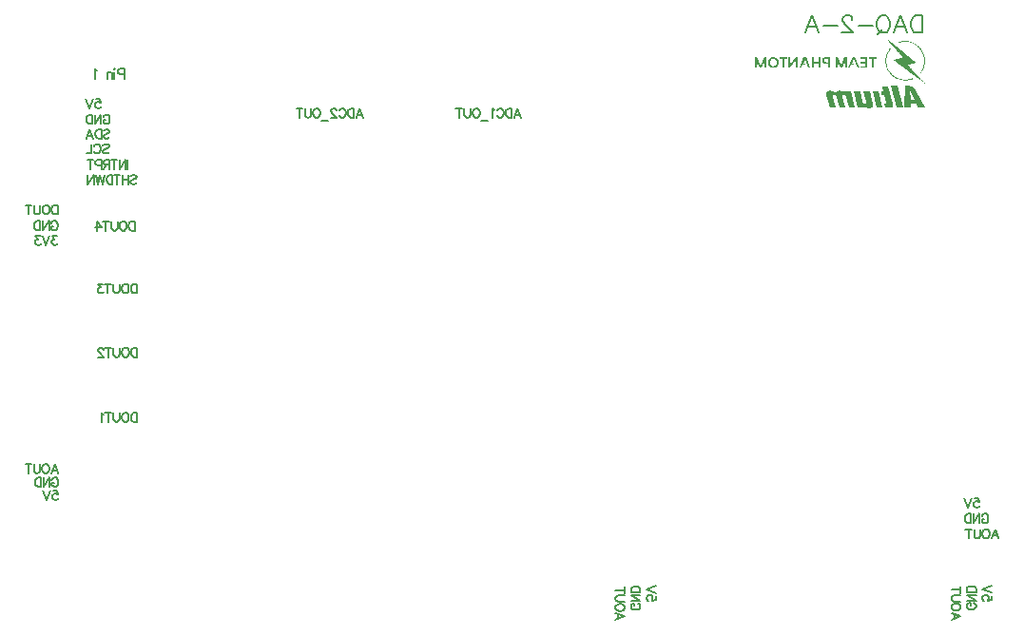
<source format=gbo>
G04*
G04 #@! TF.GenerationSoftware,Altium Limited,Altium Designer,20.2.6 (244)*
G04*
G04 Layer_Color=32896*
%FSLAX25Y25*%
%MOIN*%
G70*
G04*
G04 #@! TF.SameCoordinates,6014BA27-FBD2-41FC-A7C1-7B1D111333E3*
G04*
G04*
G04 #@! TF.FilePolarity,Positive*
G04*
G01*
G75*
%ADD14C,0.00620*%
G36*
X288878Y188695D02*
X288937Y188688D01*
X289002D01*
X289075Y188673D01*
X289243Y188651D01*
X289418Y188608D01*
X289600Y188557D01*
X289775Y188484D01*
X289782D01*
X289797Y188476D01*
X289819Y188462D01*
X289855Y188447D01*
X289892Y188425D01*
X289935Y188396D01*
X290045Y188323D01*
X290169Y188236D01*
X290307Y188126D01*
X290439Y187995D01*
X290570Y187842D01*
X290592D01*
X290424Y188542D01*
X292596D01*
X294040Y182768D01*
X291889D01*
X290927Y186581D01*
Y186588D01*
X290920Y186595D01*
X290912Y186639D01*
X290891Y186697D01*
X290861Y186770D01*
X290825Y186858D01*
X290774Y186938D01*
X290716Y187018D01*
X290643Y187091D01*
X290635Y187099D01*
X290606Y187120D01*
X290563Y187142D01*
X290504Y187179D01*
X290431Y187208D01*
X290344Y187230D01*
X290242Y187252D01*
X290132Y187259D01*
X290081D01*
X290030Y187252D01*
X289965Y187237D01*
X289892Y187215D01*
X289819Y187186D01*
X289761Y187150D01*
X289709Y187091D01*
X289702Y187084D01*
X289695Y187062D01*
X289680Y187018D01*
X289666Y186967D01*
X289658Y186894D01*
Y186800D01*
X289673Y186697D01*
X289702Y186574D01*
X290650Y182768D01*
X288499Y182768D01*
X287544Y186581D01*
Y186588D01*
X287537Y186595D01*
X287530Y186639D01*
X287508Y186697D01*
X287472Y186770D01*
X287435Y186858D01*
X287384Y186938D01*
X287326Y187018D01*
X287253Y187091D01*
X287245Y187099D01*
X287216Y187120D01*
X287173Y187142D01*
X287107Y187179D01*
X287034Y187208D01*
X286939Y187230D01*
X286837Y187252D01*
X286721Y187259D01*
X286670D01*
X286619Y187252D01*
X286553Y187237D01*
X286480Y187215D01*
X286415Y187186D01*
X286349Y187150D01*
X286305Y187091D01*
X286298Y187084D01*
X286291Y187062D01*
X286276Y187018D01*
X286261Y186967D01*
X286254Y186894D01*
Y186807D01*
X286261Y186705D01*
X286291Y186581D01*
X287245Y182768D01*
X286240D01*
X286203Y182775D01*
X286159D01*
X286108Y182783D01*
X285984Y182805D01*
X285846Y182841D01*
X285685Y182892D01*
X285525Y182965D01*
X285365Y183067D01*
X285357Y183074D01*
X285343Y183082D01*
X285328Y183096D01*
X285299Y183118D01*
X285226Y183184D01*
X285139Y183271D01*
X285044Y183381D01*
X284957Y183512D01*
X284884Y183658D01*
X284825Y183818D01*
X283994Y187120D01*
Y187128D01*
X283987Y187142D01*
Y187164D01*
X283980Y187200D01*
X283965Y187281D01*
X283943Y187390D01*
X283929Y187514D01*
X283921Y187638D01*
Y187769D01*
X283936Y187893D01*
Y187900D01*
Y187908D01*
X283943Y187944D01*
X283965Y188002D01*
X283987Y188075D01*
X284016Y188148D01*
X284060Y188228D01*
X284118Y188309D01*
X284184Y188382D01*
X284191Y188389D01*
X284220Y188411D01*
X284271Y188440D01*
X284330Y188476D01*
X284402Y188513D01*
X284497Y188557D01*
X284592Y188593D01*
X284701Y188622D01*
X284716Y188629D01*
X284752Y188637D01*
X284811Y188651D01*
X284891Y188666D01*
X284993Y188680D01*
X285109Y188688D01*
X285233Y188702D01*
X285467D01*
X285532Y188695D01*
X285613Y188688D01*
X285700Y188680D01*
X285882Y188651D01*
X285890D01*
X285926Y188644D01*
X285977Y188629D01*
X286035Y188615D01*
X286116Y188593D01*
X286196Y188564D01*
X286378Y188498D01*
X286393Y188491D01*
X286422Y188484D01*
X286473Y188462D01*
X286538Y188433D01*
X286611Y188389D01*
X286691Y188345D01*
X286779Y188294D01*
X286866Y188228D01*
X286874Y188221D01*
X286903Y188199D01*
X286947Y188163D01*
X287005Y188112D01*
X287071Y188046D01*
X287136Y187973D01*
X287209Y187893D01*
X287282Y187806D01*
Y187813D01*
X287289Y187842D01*
X287304Y187886D01*
X287318Y187937D01*
X287340Y188002D01*
X287369Y188068D01*
X287435Y188199D01*
X287442Y188207D01*
X287450Y188228D01*
X287472Y188258D01*
X287501Y188301D01*
X287537Y188345D01*
X287588Y188389D01*
X287639Y188440D01*
X287698Y188484D01*
X287705Y188491D01*
X287727Y188498D01*
X287763Y188520D01*
X287814Y188542D01*
X287880Y188571D01*
X287953Y188600D01*
X288033Y188622D01*
X288128Y188644D01*
X288142D01*
X288171Y188651D01*
X288222Y188666D01*
X288295Y188673D01*
X288383Y188688D01*
X288485Y188695D01*
X288601Y188702D01*
X288827D01*
X288878Y188695D01*
D02*
G37*
G36*
X300295Y184168D02*
Y184161D01*
X300302Y184146D01*
Y184124D01*
X300309Y184095D01*
X300324Y184008D01*
X300346Y183905D01*
X300360Y183782D01*
X300367Y183658D01*
Y183534D01*
X300353Y183410D01*
Y183395D01*
X300338Y183359D01*
X300324Y183308D01*
X300295Y183235D01*
X300258Y183162D01*
X300214Y183089D01*
X300149Y183016D01*
X300076Y182950D01*
X300069Y182943D01*
X300040Y182921D01*
X299996Y182892D01*
X299945Y182856D01*
X299872Y182812D01*
X299792Y182768D01*
X299697Y182732D01*
X299595Y182695D01*
X299580D01*
X299544Y182681D01*
X299485Y182674D01*
X299405Y182659D01*
X299310Y182644D01*
X299194Y182630D01*
X299070Y182622D01*
X298829D01*
X298786Y182630D01*
X298720Y182637D01*
X298654D01*
X298582Y182652D01*
X298421Y182674D01*
X298246Y182710D01*
X298071Y182761D01*
X297896Y182834D01*
X297889D01*
X297874Y182841D01*
X297852Y182856D01*
X297816Y182870D01*
X297780Y182892D01*
X297736Y182921D01*
X297626Y182987D01*
X297503Y183074D01*
X297371Y183184D01*
X297240Y183308D01*
X297109Y183454D01*
X297080D01*
X297247Y182761D01*
X295104D01*
X293661Y188542D01*
X295811D01*
X296774Y184722D01*
Y184715D01*
X296781Y184707D01*
X296788Y184664D01*
X296810Y184605D01*
X296839Y184532D01*
X296883Y184445D01*
X296934Y184357D01*
X296992Y184277D01*
X297065Y184204D01*
X297072Y184197D01*
X297102Y184175D01*
X297145Y184146D01*
X297204Y184117D01*
X297277Y184088D01*
X297364Y184059D01*
X297466Y184037D01*
X297583Y184029D01*
X297634D01*
X297685Y184037D01*
X297743Y184051D01*
X297816Y184073D01*
X297882Y184102D01*
X297940Y184146D01*
X297991Y184204D01*
X297998Y184212D01*
X298006Y184241D01*
X298020Y184277D01*
X298027Y184336D01*
X298042Y184408D01*
Y184496D01*
X298027Y184598D01*
X298006Y184722D01*
X297051Y188542D01*
X299201D01*
X300295Y184168D01*
D02*
G37*
G36*
X312899Y190379D02*
X312979D01*
X313081Y190364D01*
X313198Y190350D01*
X313329Y190328D01*
X313468Y190299D01*
X313606Y190262D01*
X313614D01*
X313621Y190255D01*
X313643Y190248D01*
X313665Y190241D01*
X313737Y190219D01*
X313825Y190182D01*
X313934Y190138D01*
X314051Y190080D01*
X314167Y190022D01*
X314291Y189949D01*
X314306Y189942D01*
X314342Y189912D01*
X314401Y189869D01*
X314481Y189818D01*
X314568Y189745D01*
X314663Y189665D01*
X314765Y189577D01*
X314867Y189475D01*
X314882Y189460D01*
X314911Y189431D01*
X314955Y189373D01*
X315020Y189300D01*
X315086Y189213D01*
X315166Y189103D01*
X315246Y188994D01*
X315319Y188870D01*
X318593Y182761D01*
X316114Y182768D01*
X315531Y184088D01*
X313679D01*
X313752Y182761D01*
X311266D01*
X311550Y190386D01*
X312870D01*
X312899Y190379D01*
D02*
G37*
G36*
X310814Y182761D02*
X308656D01*
X306746Y190386D01*
X308897D01*
X310814Y182761D01*
D02*
G37*
G36*
X303779D02*
X301629D01*
X300178Y188542D01*
X302336D01*
X303779Y182761D01*
D02*
G37*
G36*
X307278Y184161D02*
Y184153D01*
X307286Y184139D01*
Y184117D01*
X307293Y184080D01*
X307315Y184000D01*
X307330Y183891D01*
X307351Y183767D01*
X307366Y183643D01*
X307373Y183512D01*
X307366Y183395D01*
Y183381D01*
X307359Y183344D01*
X307344Y183293D01*
X307322Y183228D01*
X307293Y183162D01*
X307249Y183089D01*
X307198Y183023D01*
X307133Y182965D01*
X307125Y182958D01*
X307096Y182943D01*
X307060Y182921D01*
X307001Y182892D01*
X306928Y182863D01*
X306841Y182826D01*
X306739Y182797D01*
X306622Y182768D01*
X306608D01*
X306564Y182761D01*
X306491Y182746D01*
X306396Y182739D01*
X306272Y182724D01*
X306134Y182717D01*
X305974Y182710D01*
X305616D01*
X305529Y182717D01*
X305317D01*
X305208Y182724D01*
X305157D01*
X305091Y182732D01*
X305011D01*
X304917Y182739D01*
X304814Y182746D01*
X304698Y182754D01*
X304574Y182761D01*
X304253Y184044D01*
X304705D01*
X304763Y184051D01*
X304829Y184066D01*
X304895Y184080D01*
X304946Y184110D01*
X304997Y184146D01*
X305004Y184153D01*
X305011Y184168D01*
X305026Y184197D01*
X305040Y184233D01*
X305055Y184284D01*
Y184343D01*
Y184416D01*
X305040Y184496D01*
X304355Y187244D01*
X303451D01*
X303130Y188542D01*
X304034D01*
X303568Y190306D01*
X305726D01*
X307278Y184161D01*
D02*
G37*
G36*
X282055Y196737D02*
X281370D01*
Y198311D01*
X279533D01*
Y196737D01*
X278862D01*
Y200455D01*
X279533D01*
Y198909D01*
X281370D01*
Y200455D01*
X282055D01*
Y196737D01*
D02*
G37*
G36*
X274036D02*
X273365D01*
Y199492D01*
X271397Y196737D01*
X270726D01*
Y200455D01*
X271382D01*
Y197743D01*
X273336Y200455D01*
X274036D01*
Y196737D01*
D02*
G37*
G36*
X291153Y196737D02*
X290511D01*
Y199332D01*
X289491Y196737D01*
X288908D01*
X287887Y199332D01*
Y196737D01*
X287260D01*
Y200455D01*
X287945D01*
X289185Y197641D01*
X290424Y200455D01*
X291153D01*
Y196737D01*
D02*
G37*
G36*
X262912Y196737D02*
X262270D01*
Y199332D01*
X261249Y196737D01*
X260666D01*
X259660Y199332D01*
Y196737D01*
X259019D01*
Y200455D01*
X259704D01*
X260943Y197641D01*
X262197Y200455D01*
X262912D01*
Y196737D01*
D02*
G37*
G36*
X301607Y199857D02*
X300542D01*
Y196737D01*
X299872D01*
Y199857D01*
X298793D01*
Y200455D01*
X301607D01*
Y199857D01*
D02*
G37*
G36*
X298399Y196737D02*
X295833D01*
Y197335D01*
X297728D01*
Y198311D01*
X295964D01*
Y198924D01*
X297728D01*
Y199857D01*
X295862D01*
Y200455D01*
X298399D01*
Y196737D01*
D02*
G37*
G36*
X295512D02*
X294827D01*
X293588Y199740D01*
X293005Y198341D01*
X293763D01*
X293996Y197743D01*
X292757D01*
X292334Y196737D01*
X291590D01*
X293209Y200455D01*
X293952D01*
X295512Y196737D01*
D02*
G37*
G36*
X285306Y196737D02*
X284621D01*
Y199828D01*
X283688D01*
X283528Y199813D01*
X283426Y199769D01*
X283353Y199726D01*
X283338Y199711D01*
X283265Y199609D01*
X283236Y199507D01*
X283221Y199419D01*
Y199390D01*
Y199376D01*
X283236Y199274D01*
X283265Y199186D01*
X283338Y199040D01*
X283396Y198982D01*
X283426Y198938D01*
X283455Y198924D01*
X283469Y198909D01*
X283571Y198851D01*
X283673Y198793D01*
X283907Y198705D01*
X284009Y198676D01*
X284096Y198647D01*
X284155Y198632D01*
X284169D01*
X284067Y198034D01*
X283790Y198078D01*
X283557Y198151D01*
X283353Y198224D01*
X283192Y198297D01*
X283061Y198370D01*
X282974Y198428D01*
X282915Y198472D01*
X282901Y198486D01*
X282769Y198632D01*
X282667Y198778D01*
X282609Y198938D01*
X282551Y199084D01*
X282522Y199201D01*
X282507Y199317D01*
Y199376D01*
Y199405D01*
X282522Y199594D01*
X282551Y199755D01*
X282594Y199886D01*
X282653Y200003D01*
X282711Y200076D01*
X282755Y200149D01*
X282784Y200178D01*
X282799Y200192D01*
X282915Y200280D01*
X283047Y200338D01*
X283192Y200396D01*
X283324Y200426D01*
X283455Y200440D01*
X283557Y200455D01*
X285306D01*
Y196737D01*
D02*
G37*
G36*
X278396D02*
X277696D01*
X276471Y199740D01*
X275888Y198341D01*
X276631D01*
X276879Y197743D01*
X275640D01*
X275217Y196737D01*
X274473D01*
X276092Y200455D01*
X276835D01*
X278396Y196737D01*
D02*
G37*
G36*
X270333Y199857D02*
X269268D01*
Y196737D01*
X268568D01*
Y199857D01*
X267519D01*
Y200455D01*
X270333D01*
Y199857D01*
D02*
G37*
G36*
X265711Y200455D02*
X266002Y200396D01*
X266236Y200323D01*
X266440Y200236D01*
X266586Y200134D01*
X266702Y200061D01*
X266761Y200003D01*
X266790Y199988D01*
X266950Y199799D01*
X267052Y199580D01*
X267140Y199347D01*
X267198Y199113D01*
X267227Y198909D01*
X267242Y198749D01*
X267256Y198676D01*
Y198632D01*
Y198603D01*
Y198588D01*
X267227Y198253D01*
X267169Y197976D01*
X267081Y197728D01*
X266994Y197539D01*
X266906Y197378D01*
X266833Y197262D01*
X266775Y197203D01*
X266761Y197174D01*
X266557Y197014D01*
X266338Y196912D01*
X266119Y196824D01*
X265900Y196766D01*
X265696Y196737D01*
X265536Y196722D01*
X265478Y196708D01*
X265390D01*
X265069Y196722D01*
X264792Y196781D01*
X264559Y196853D01*
X264370Y196941D01*
X264209Y197028D01*
X264107Y197101D01*
X264034Y197160D01*
X264020Y197174D01*
X263859Y197378D01*
X263743Y197597D01*
X263670Y197830D01*
X263611Y198064D01*
X263582Y198268D01*
X263553Y198443D01*
Y198501D01*
Y198545D01*
Y198574D01*
Y198588D01*
X263568Y198924D01*
X263626Y199201D01*
X263699Y199449D01*
X263786Y199638D01*
X263874Y199799D01*
X263947Y199901D01*
X264005Y199973D01*
X264020Y199988D01*
X264209Y200149D01*
X264428Y200265D01*
X264661Y200353D01*
X264880Y200411D01*
X265084Y200440D01*
X265244Y200469D01*
X265390D01*
X265711Y200455D01*
D02*
G37*
G36*
X312236Y206141D02*
X312615Y206097D01*
X312950Y206039D01*
X313096Y206010D01*
X313227Y205980D01*
X313344Y205951D01*
X313446Y205922D01*
X313533Y205908D01*
X313592Y205893D01*
X313621Y205878D01*
X313635D01*
X314029Y205747D01*
X314393Y205587D01*
X314743Y205426D01*
X315035Y205266D01*
X315166Y205193D01*
X315297Y205120D01*
X315400Y205047D01*
X315487Y205004D01*
X315545Y204945D01*
X315604Y204916D01*
X315633Y204902D01*
X315647Y204887D01*
X315983Y204639D01*
X316303Y204362D01*
X316581Y204100D01*
X316828Y203852D01*
X317018Y203619D01*
X317105Y203531D01*
X317164Y203444D01*
X317222Y203371D01*
X317266Y203327D01*
X317280Y203298D01*
X317295Y203283D01*
X317528Y202919D01*
X317747Y202554D01*
X317907Y202204D01*
X318053Y201884D01*
X318111Y201738D01*
X318170Y201606D01*
X318199Y201490D01*
X318243Y201402D01*
X318272Y201315D01*
X318286Y201257D01*
X318301Y201227D01*
Y201213D01*
X318403Y200805D01*
X318476Y200396D01*
X318534Y200017D01*
X318563Y199682D01*
X318578Y199536D01*
Y199390D01*
X318593Y199274D01*
Y199172D01*
Y199099D01*
Y199026D01*
Y198997D01*
Y198982D01*
X318563Y198559D01*
X318505Y198166D01*
X318432Y197801D01*
X318359Y197466D01*
X318316Y197320D01*
X318286Y197189D01*
X318243Y197072D01*
X318213Y196985D01*
X318184Y196897D01*
X318170Y196839D01*
X318155Y196810D01*
Y196795D01*
X317995Y196401D01*
X317805Y196022D01*
X317616Y195687D01*
X317426Y195395D01*
X317339Y195264D01*
X317266Y195148D01*
X317193Y195045D01*
X317120Y194958D01*
X317076Y194885D01*
X317033Y194841D01*
X317018Y194812D01*
X317003Y194798D01*
Y194812D01*
X316755Y194987D01*
X317003Y195323D01*
X317237Y195658D01*
X317426Y195979D01*
X317572Y196270D01*
X317703Y196518D01*
X317747Y196635D01*
X317791Y196722D01*
X317820Y196795D01*
X317849Y196853D01*
X317863Y196883D01*
Y196897D01*
X317995Y197291D01*
X318082Y197655D01*
X318170Y198020D01*
X318213Y198341D01*
X318243Y198472D01*
X318257Y198603D01*
Y198720D01*
X318272Y198822D01*
X318286Y198895D01*
Y198953D01*
Y198982D01*
Y198997D01*
Y199390D01*
X318257Y199784D01*
X318213Y200134D01*
X318155Y200455D01*
X318126Y200601D01*
X318111Y200732D01*
X318082Y200848D01*
X318053Y200936D01*
X318039Y201023D01*
X318024Y201082D01*
X318009Y201111D01*
Y201125D01*
X317878Y201519D01*
X317718Y201884D01*
X317557Y202219D01*
X317397Y202510D01*
X317324Y202642D01*
X317251Y202758D01*
X317193Y202846D01*
X317134Y202933D01*
X317091Y203006D01*
X317062Y203050D01*
X317033Y203079D01*
Y203094D01*
X316770Y203429D01*
X316508Y203721D01*
X316245Y203998D01*
X315997Y204216D01*
X315793Y204406D01*
X315618Y204537D01*
X315560Y204595D01*
X315516Y204625D01*
X315487Y204654D01*
X315472D01*
X315123Y204872D01*
X314787Y205062D01*
X314466Y205222D01*
X314175Y205353D01*
X313912Y205456D01*
X313810Y205499D01*
X313723Y205528D01*
X313650Y205558D01*
X313592Y205572D01*
X313562Y205587D01*
X313548D01*
X313154Y205689D01*
X312775Y205762D01*
X312425Y205805D01*
X312090Y205835D01*
X311944D01*
X311813Y205849D01*
X311419D01*
X311011Y205820D01*
X310617Y205776D01*
X310253Y205703D01*
X309932Y205616D01*
X309786Y205587D01*
X309655Y205543D01*
X309538Y205514D01*
X309451Y205470D01*
X309363Y205456D01*
X309305Y205426D01*
X309276Y205412D01*
X309261D01*
X309159Y205689D01*
X309567Y205835D01*
X309976Y205951D01*
X310355Y206039D01*
X310690Y206097D01*
X310851Y206112D01*
X310982Y206141D01*
X311113D01*
X311215Y206155D01*
X311288Y206170D01*
X311827D01*
X312236Y206141D01*
D02*
G37*
G36*
X306681Y203604D02*
X306404Y203269D01*
X306170Y202933D01*
X305966Y202612D01*
X305806Y202321D01*
X305675Y202059D01*
X305616Y201956D01*
X305573Y201854D01*
X305543Y201781D01*
X305514Y201723D01*
X305500Y201694D01*
Y201679D01*
X305354Y201286D01*
X305252Y200907D01*
X305164Y200542D01*
X305106Y200221D01*
X305091Y200076D01*
X305062Y199944D01*
Y199828D01*
X305048Y199740D01*
X305033Y199653D01*
Y199594D01*
Y199565D01*
Y199551D01*
Y199143D01*
X305048Y198763D01*
X305091Y198399D01*
X305135Y198064D01*
X305164Y197918D01*
X305193Y197786D01*
X305208Y197670D01*
X305237Y197582D01*
X305252Y197495D01*
X305266Y197437D01*
X305281Y197407D01*
Y197393D01*
X305412Y196999D01*
X305573Y196620D01*
X305733Y196270D01*
X305893Y195964D01*
X305966Y195833D01*
X306039Y195716D01*
X306112Y195614D01*
X306156Y195527D01*
X306214Y195454D01*
X306243Y195410D01*
X306258Y195381D01*
X306272Y195366D01*
X306535Y195016D01*
X306812Y194710D01*
X307074Y194448D01*
X307337Y194214D01*
X307556Y194025D01*
X307643Y193952D01*
X307716Y193894D01*
X307789Y193835D01*
X307833Y193806D01*
X307862Y193792D01*
X307876Y193777D01*
X308226Y193558D01*
X308576Y193369D01*
X308911Y193208D01*
X309218Y193077D01*
X309480Y192975D01*
X309582Y192931D01*
X309684Y192902D01*
X309757Y192873D01*
X309815Y192859D01*
X309844Y192844D01*
X309859D01*
X310253Y192756D01*
X310646Y192683D01*
X311011Y192640D01*
X311332Y192625D01*
X311492Y192611D01*
X312032D01*
X312440Y192654D01*
X312833Y192713D01*
X313212Y192800D01*
X313533Y192888D01*
X313694Y192931D01*
X313825Y192975D01*
X313927Y193019D01*
X314029Y193048D01*
X314117Y193077D01*
X314175Y193106D01*
X314204Y193121D01*
X314218D01*
X314335Y192844D01*
X313869Y192669D01*
X313650Y192596D01*
X313446Y192538D01*
X313271Y192494D01*
X313140Y192465D01*
X313052Y192436D01*
X313023D01*
X312760Y192392D01*
X312527Y192363D01*
X312294Y192334D01*
X312090Y192319D01*
X311915D01*
X311784Y192304D01*
X311667D01*
X311317Y192319D01*
X311157D01*
X311026Y192334D01*
X310909Y192348D01*
X310807D01*
X310749Y192363D01*
X310734D01*
X310399Y192421D01*
X310238Y192450D01*
X310092Y192479D01*
X309976Y192509D01*
X309888Y192538D01*
X309830Y192552D01*
X309815D01*
X309392Y192683D01*
X308999Y192844D01*
X308649Y193004D01*
X308328Y193165D01*
X308197Y193238D01*
X308066Y193310D01*
X307964Y193369D01*
X307876Y193427D01*
X307803Y193485D01*
X307745Y193515D01*
X307716Y193529D01*
X307701Y193544D01*
X307351Y193806D01*
X307031Y194083D01*
X306739Y194360D01*
X306506Y194623D01*
X306302Y194841D01*
X306229Y194943D01*
X306156Y195016D01*
X306112Y195089D01*
X306068Y195133D01*
X306054Y195162D01*
X306039Y195177D01*
X305791Y195541D01*
X305587Y195906D01*
X305398Y196270D01*
X305252Y196591D01*
X305193Y196737D01*
X305150Y196868D01*
X305106Y196985D01*
X305062Y197087D01*
X305033Y197160D01*
X305018Y197232D01*
X305004Y197262D01*
Y197276D01*
X304902Y197699D01*
X304814Y198122D01*
X304771Y198515D01*
X304742Y198865D01*
X304727Y199026D01*
Y199172D01*
Y199303D01*
Y199405D01*
Y199492D01*
Y199551D01*
Y199594D01*
Y199609D01*
X304771Y200046D01*
X304844Y200455D01*
X304917Y200834D01*
X305004Y201169D01*
X305048Y201315D01*
X305091Y201446D01*
X305135Y201563D01*
X305164Y201665D01*
X305193Y201752D01*
X305223Y201811D01*
X305237Y201840D01*
Y201854D01*
X305412Y202248D01*
X305616Y202627D01*
X305806Y202948D01*
X306010Y203239D01*
X306098Y203371D01*
X306185Y203473D01*
X306258Y203575D01*
X306316Y203662D01*
X306375Y203721D01*
X306418Y203764D01*
X306433Y203794D01*
X306447Y203808D01*
X306681Y203604D01*
D02*
G37*
G36*
X305704Y206549D02*
X306170Y206170D01*
X306593Y205820D01*
X306797Y205660D01*
X306987Y205499D01*
X307147Y205368D01*
X307308Y205237D01*
X307439Y205135D01*
X307556Y205033D01*
X307643Y204960D01*
X307716Y204902D01*
X307760Y204872D01*
X307774Y204858D01*
X308241Y204479D01*
X308707Y204100D01*
X309145Y203750D01*
X309334Y203575D01*
X309524Y203429D01*
X309699Y203283D01*
X309859Y203167D01*
X309990Y203050D01*
X310107Y202948D01*
X310194Y202875D01*
X310267Y202817D01*
X310311Y202787D01*
X310326Y202773D01*
X310792Y202394D01*
X311259Y202015D01*
X311696Y201665D01*
X311886Y201504D01*
X312075Y201344D01*
X312250Y201213D01*
X312411Y201082D01*
X312542Y200979D01*
X312659Y200877D01*
X312746Y200805D01*
X312819Y200746D01*
X312863Y200717D01*
X312877Y200703D01*
X313358Y200309D01*
X313810Y199930D01*
X314248Y199580D01*
X314452Y199419D01*
X314641Y199259D01*
X314802Y199113D01*
X314962Y198997D01*
X315108Y198880D01*
X315225Y198778D01*
X315312Y198705D01*
X315385Y198647D01*
X315429Y198618D01*
X315443Y198603D01*
X315181Y198515D01*
X314918Y198428D01*
X314685Y198341D01*
X314481Y198268D01*
X314291Y198209D01*
X314160Y198166D01*
X314073Y198136D01*
X314058Y198122D01*
X314044D01*
X313781Y198034D01*
X313533Y197961D01*
X313300Y197874D01*
X313081Y197801D01*
X312906Y197743D01*
X312760Y197699D01*
X312673Y197670D01*
X312659Y197655D01*
X312644D01*
X312921Y197364D01*
X313183Y197072D01*
X313431Y196795D01*
X313665Y196562D01*
X313839Y196358D01*
X313985Y196197D01*
X314044Y196139D01*
X314087Y196095D01*
X314102Y196081D01*
X314117Y196066D01*
X314393Y195774D01*
X314656Y195483D01*
X314918Y195206D01*
X315137Y194973D01*
X315327Y194769D01*
X315472Y194608D01*
X315531Y194550D01*
X315575Y194506D01*
X315589Y194491D01*
X315604Y194477D01*
X315881Y194185D01*
X316143Y193908D01*
X316391Y193646D01*
X316610Y193412D01*
X316799Y193208D01*
X316930Y193048D01*
X316989Y192990D01*
X317033Y192946D01*
X317047Y192931D01*
X317062Y192917D01*
X317339Y192625D01*
X317601Y192348D01*
X317849Y192086D01*
X318068Y191852D01*
X318257Y191648D01*
X318388Y191488D01*
X318447Y191430D01*
X318491Y191386D01*
X318505Y191371D01*
X318520Y191357D01*
Y191342D01*
Y191328D01*
X318505Y191298D01*
X318491Y191284D01*
X317980Y191663D01*
X317499Y192027D01*
X317033Y192377D01*
X316814Y192538D01*
X316624Y192683D01*
X316435Y192829D01*
X316274Y192946D01*
X316128Y193063D01*
X315997Y193150D01*
X315895Y193223D01*
X315822Y193281D01*
X315779Y193310D01*
X315764Y193325D01*
X315254Y193704D01*
X314758Y194069D01*
X314291Y194419D01*
X314087Y194579D01*
X313883Y194725D01*
X313708Y194870D01*
X313533Y194987D01*
X313387Y195104D01*
X313271Y195191D01*
X313169Y195264D01*
X313096Y195323D01*
X313052Y195352D01*
X313037Y195366D01*
X312527Y195760D01*
X312032Y196124D01*
X311565Y196474D01*
X311346Y196635D01*
X311157Y196795D01*
X310967Y196926D01*
X310807Y197057D01*
X310661Y197160D01*
X310530Y197262D01*
X310428Y197335D01*
X310355Y197393D01*
X310311Y197422D01*
X310297Y197437D01*
X309786Y197830D01*
X309291Y198209D01*
X308824Y198559D01*
X308605Y198720D01*
X308401Y198865D01*
X308212Y199011D01*
X308051Y199128D01*
X307905Y199244D01*
X307774Y199332D01*
X307672Y199405D01*
X307599Y199463D01*
X307556Y199492D01*
X307541Y199507D01*
X307862Y199594D01*
X308168Y199682D01*
X308459Y199755D01*
X308722Y199828D01*
X308941Y199872D01*
X309028Y199901D01*
X309101Y199915D01*
X309159Y199944D01*
X309203D01*
X309232Y199959D01*
X309247D01*
X309567Y200046D01*
X309874Y200134D01*
X310151Y200207D01*
X310413Y200280D01*
X310632Y200338D01*
X310719Y200367D01*
X310792Y200382D01*
X310851Y200396D01*
X310894Y200411D01*
X310923Y200426D01*
X310938D01*
X310661Y200732D01*
X310399Y201009D01*
X310165Y201286D01*
X309947Y201534D01*
X309757Y201738D01*
X309611Y201898D01*
X309567Y201956D01*
X309524Y202000D01*
X309509Y202015D01*
X309495Y202029D01*
X309218Y202336D01*
X308955Y202627D01*
X308722Y202904D01*
X308503Y203152D01*
X308314Y203356D01*
X308168Y203517D01*
X308124Y203575D01*
X308080Y203619D01*
X308066Y203633D01*
X308051Y203648D01*
X307789Y203954D01*
X307526Y204231D01*
X307278Y204508D01*
X307074Y204756D01*
X306885Y204960D01*
X306739Y205120D01*
X306695Y205179D01*
X306651Y205222D01*
X306637Y205237D01*
X306622Y205252D01*
X306360Y205558D01*
X306098Y205835D01*
X305864Y206112D01*
X305645Y206345D01*
X305470Y206549D01*
X305325Y206710D01*
X305281Y206768D01*
X305237Y206811D01*
X305223Y206826D01*
X305208Y206841D01*
Y206870D01*
X305223Y206884D01*
Y206914D01*
X305237Y206928D01*
X305704Y206549D01*
D02*
G37*
%LPC*%
G36*
X313417Y188724D02*
X313599Y185546D01*
X314889D01*
X313417Y188724D01*
D02*
G37*
G36*
X265492Y199886D02*
X265390D01*
X265201Y199872D01*
X265026Y199828D01*
X264880Y199784D01*
X264763Y199726D01*
X264676Y199653D01*
X264617Y199609D01*
X264574Y199565D01*
X264559Y199551D01*
X264457Y199419D01*
X264384Y199274D01*
X264340Y199113D01*
X264297Y198953D01*
X264282Y198822D01*
X264267Y198705D01*
Y198632D01*
Y198618D01*
Y198603D01*
X264282Y198384D01*
X264311Y198180D01*
X264355Y198020D01*
X264413Y197889D01*
X264472Y197772D01*
X264515Y197699D01*
X264545Y197655D01*
X264559Y197641D01*
X264676Y197539D01*
X264807Y197451D01*
X264938Y197393D01*
X265084Y197364D01*
X265201Y197335D01*
X265303Y197320D01*
X265390D01*
X265594Y197335D01*
X265769Y197364D01*
X265930Y197422D01*
X266046Y197480D01*
X266148Y197539D01*
X266207Y197597D01*
X266250Y197626D01*
X266265Y197641D01*
X266352Y197772D01*
X266425Y197932D01*
X266469Y198093D01*
X266513Y198239D01*
X266527Y198384D01*
X266542Y198501D01*
Y198574D01*
Y198603D01*
X266527Y198822D01*
X266498Y199011D01*
X266454Y199172D01*
X266396Y199317D01*
X266352Y199419D01*
X266309Y199492D01*
X266280Y199536D01*
X266265Y199551D01*
X266148Y199667D01*
X266002Y199740D01*
X265857Y199799D01*
X265711Y199842D01*
X265594Y199872D01*
X265492Y199886D01*
D02*
G37*
%LPD*%
D14*
X14498Y148603D02*
Y145384D01*
Y148603D02*
X13425D01*
X12965Y148450D01*
X12659Y148143D01*
X12505Y147837D01*
X12352Y147377D01*
Y146610D01*
X12505Y146150D01*
X12659Y145844D01*
X12965Y145537D01*
X13425Y145384D01*
X14498D01*
X10712Y148603D02*
X11018Y148450D01*
X11325Y148143D01*
X11478Y147837D01*
X11631Y147377D01*
Y146610D01*
X11478Y146150D01*
X11325Y145844D01*
X11018Y145537D01*
X10712Y145384D01*
X10098D01*
X9792Y145537D01*
X9485Y145844D01*
X9332Y146150D01*
X9179Y146610D01*
Y147377D01*
X9332Y147837D01*
X9485Y148143D01*
X9792Y148450D01*
X10098Y148603D01*
X10712D01*
X8427D02*
Y146304D01*
X8274Y145844D01*
X7967Y145537D01*
X7508Y145384D01*
X7201D01*
X6741Y145537D01*
X6435Y145844D01*
X6281Y146304D01*
Y148603D01*
X4319D02*
Y145384D01*
X5392Y148603D02*
X3246D01*
X30308Y169442D02*
X30614Y169749D01*
X31074Y169902D01*
X31687D01*
X32147Y169749D01*
X32454Y169442D01*
Y169136D01*
X32301Y168829D01*
X32147Y168676D01*
X31841Y168523D01*
X30921Y168216D01*
X30614Y168063D01*
X30461Y167909D01*
X30308Y167603D01*
Y167143D01*
X30614Y166836D01*
X31074Y166683D01*
X31687D01*
X32147Y166836D01*
X32454Y167143D01*
X27288Y169136D02*
X27441Y169442D01*
X27747Y169749D01*
X28054Y169902D01*
X28667D01*
X28974Y169749D01*
X29280Y169442D01*
X29434Y169136D01*
X29587Y168676D01*
Y167909D01*
X29434Y167449D01*
X29280Y167143D01*
X28974Y166836D01*
X28667Y166683D01*
X28054D01*
X27747Y166836D01*
X27441Y167143D01*
X27288Y167449D01*
X26383Y169902D02*
Y166683D01*
X24543D01*
X12281Y54557D02*
X13508Y57776D01*
X14734Y54557D01*
X14274Y55630D02*
X12741D01*
X10611Y57776D02*
X10917Y57623D01*
X11224Y57316D01*
X11377Y57010D01*
X11530Y56550D01*
Y55783D01*
X11377Y55323D01*
X11224Y55017D01*
X10917Y54710D01*
X10611Y54557D01*
X9997D01*
X9691Y54710D01*
X9384Y55017D01*
X9231Y55323D01*
X9077Y55783D01*
Y56550D01*
X9231Y57010D01*
X9384Y57316D01*
X9691Y57623D01*
X9997Y57776D01*
X10611D01*
X8326D02*
Y55477D01*
X8173Y55017D01*
X7867Y54710D01*
X7407Y54557D01*
X7100D01*
X6640Y54710D01*
X6334Y55017D01*
X6180Y55477D01*
Y57776D01*
X4218D02*
Y54557D01*
X5291Y57776D02*
X3145D01*
X341894Y31683D02*
X343121Y34902D01*
X344347Y31683D01*
X343887Y32756D02*
X342354D01*
X340223Y34902D02*
X340530Y34749D01*
X340836Y34442D01*
X340990Y34136D01*
X341143Y33676D01*
Y32909D01*
X340990Y32449D01*
X340836Y32143D01*
X340530Y31836D01*
X340223Y31683D01*
X339610D01*
X339303Y31836D01*
X338997Y32143D01*
X338843Y32449D01*
X338690Y32909D01*
Y33676D01*
X338843Y34136D01*
X338997Y34442D01*
X339303Y34749D01*
X339610Y34902D01*
X340223D01*
X337939D02*
Y32603D01*
X337786Y32143D01*
X337479Y31836D01*
X337019Y31683D01*
X336713D01*
X336253Y31836D01*
X335946Y32143D01*
X335793Y32603D01*
Y34902D01*
X333830D02*
Y31683D01*
X334904Y34902D02*
X332757D01*
X27879Y185887D02*
X29412D01*
X29565Y184507D01*
X29412Y184660D01*
X28952Y184813D01*
X28492D01*
X28032Y184660D01*
X27725Y184354D01*
X27572Y183894D01*
Y183587D01*
X27725Y183127D01*
X28032Y182821D01*
X28492Y182667D01*
X28952D01*
X29412Y182821D01*
X29565Y182974D01*
X29718Y183280D01*
X26851Y185887D02*
X25625Y182667D01*
X24399Y185887D02*
X25625Y182667D01*
X327825Y5665D02*
X331044Y4439D01*
X327825Y3212D01*
X328898Y3672D02*
Y5205D01*
X331044Y7336D02*
X330891Y7029D01*
X330584Y6723D01*
X330277Y6569D01*
X329818Y6416D01*
X329051D01*
X328591Y6569D01*
X328285Y6723D01*
X327978Y7029D01*
X327825Y7336D01*
Y7949D01*
X327978Y8256D01*
X328285Y8562D01*
X328591Y8716D01*
X329051Y8869D01*
X329818D01*
X330277Y8716D01*
X330584Y8562D01*
X330891Y8256D01*
X331044Y7949D01*
Y7336D01*
Y9620D02*
X328745D01*
X328285Y9773D01*
X327978Y10080D01*
X327825Y10540D01*
Y10847D01*
X327978Y11306D01*
X328285Y11613D01*
X328745Y11766D01*
X331044D01*
Y13728D02*
X327825D01*
X331044Y12655D02*
Y14802D01*
X210029Y5586D02*
X213249Y4360D01*
X210029Y3133D01*
X211103Y3593D02*
Y5126D01*
X213249Y7257D02*
X213095Y6950D01*
X212789Y6644D01*
X212482Y6491D01*
X212022Y6337D01*
X211256D01*
X210796Y6491D01*
X210489Y6644D01*
X210183Y6950D01*
X210029Y7257D01*
Y7870D01*
X210183Y8177D01*
X210489Y8484D01*
X210796Y8637D01*
X211256Y8790D01*
X212022D01*
X212482Y8637D01*
X212789Y8484D01*
X213095Y8177D01*
X213249Y7870D01*
Y7257D01*
Y9541D02*
X210949D01*
X210489Y9695D01*
X210183Y10001D01*
X210029Y10461D01*
Y10768D01*
X210183Y11228D01*
X210489Y11534D01*
X210949Y11688D01*
X213249D01*
Y13650D02*
X210029D01*
X213249Y12577D02*
Y14723D01*
X37884Y194562D02*
X36427D01*
X35941Y194723D01*
X35780Y194885D01*
X35618Y195209D01*
Y195695D01*
X35780Y196018D01*
X35941Y196180D01*
X36427Y196342D01*
X37884D01*
Y192943D01*
X34533Y196342D02*
X34371Y196180D01*
X34209Y196342D01*
X34371Y196504D01*
X34533Y196342D01*
X34371Y195209D02*
Y192943D01*
X33611Y195209D02*
Y192943D01*
Y194562D02*
X33125Y195047D01*
X32801Y195209D01*
X32316D01*
X31992Y195047D01*
X31830Y194562D01*
Y192943D01*
X28269Y195695D02*
X27945Y195856D01*
X27459Y196342D01*
Y192943D01*
X174516Y179252D02*
X175742Y182471D01*
X176969Y179252D01*
X176509Y180325D02*
X174976D01*
X173765Y182471D02*
Y179252D01*
Y182471D02*
X172691D01*
X172231Y182318D01*
X171925Y182011D01*
X171772Y181705D01*
X171618Y181245D01*
Y180478D01*
X171772Y180018D01*
X171925Y179712D01*
X172231Y179405D01*
X172691Y179252D01*
X173765D01*
X168598Y181705D02*
X168752Y182011D01*
X169058Y182318D01*
X169365Y182471D01*
X169978D01*
X170285Y182318D01*
X170591Y182011D01*
X170745Y181705D01*
X170898Y181245D01*
Y180478D01*
X170745Y180018D01*
X170591Y179712D01*
X170285Y179405D01*
X169978Y179252D01*
X169365D01*
X169058Y179405D01*
X168752Y179712D01*
X168598Y180018D01*
X167694Y181858D02*
X167387Y182011D01*
X166927Y182471D01*
Y179252D01*
X165333Y178179D02*
X162880D01*
X161547Y182471D02*
X161853Y182318D01*
X162160Y182011D01*
X162313Y181705D01*
X162466Y181245D01*
Y180478D01*
X162313Y180018D01*
X162160Y179712D01*
X161853Y179405D01*
X161547Y179252D01*
X160933D01*
X160627Y179405D01*
X160320Y179712D01*
X160167Y180018D01*
X160013Y180478D01*
Y181245D01*
X160167Y181705D01*
X160320Y182011D01*
X160627Y182318D01*
X160933Y182471D01*
X161547D01*
X159262D02*
Y180172D01*
X159109Y179712D01*
X158802Y179405D01*
X158343Y179252D01*
X158036D01*
X157576Y179405D01*
X157269Y179712D01*
X157116Y180172D01*
Y182471D01*
X155154D02*
Y179252D01*
X156227Y182471D02*
X154081D01*
X119122Y179252D02*
X120348Y182471D01*
X121575Y179252D01*
X121115Y180325D02*
X119582D01*
X118371Y182471D02*
Y179252D01*
Y182471D02*
X117298D01*
X116838Y182318D01*
X116531Y182011D01*
X116378Y181705D01*
X116225Y181245D01*
Y180478D01*
X116378Y180018D01*
X116531Y179712D01*
X116838Y179405D01*
X117298Y179252D01*
X118371D01*
X113205Y181705D02*
X113358Y182011D01*
X113664Y182318D01*
X113971Y182471D01*
X114584D01*
X114891Y182318D01*
X115198Y182011D01*
X115351Y181705D01*
X115504Y181245D01*
Y180478D01*
X115351Y180018D01*
X115198Y179712D01*
X114891Y179405D01*
X114584Y179252D01*
X113971D01*
X113664Y179405D01*
X113358Y179712D01*
X113205Y180018D01*
X112147Y181705D02*
Y181858D01*
X111994Y182165D01*
X111840Y182318D01*
X111534Y182471D01*
X110920D01*
X110614Y182318D01*
X110460Y182165D01*
X110307Y181858D01*
Y181552D01*
X110460Y181245D01*
X110767Y180785D01*
X112300Y179252D01*
X110154D01*
X109433Y178179D02*
X106981D01*
X105647Y182471D02*
X105954Y182318D01*
X106260Y182011D01*
X106413Y181705D01*
X106567Y181245D01*
Y180478D01*
X106413Y180018D01*
X106260Y179712D01*
X105954Y179405D01*
X105647Y179252D01*
X105034D01*
X104727Y179405D01*
X104420Y179712D01*
X104267Y180018D01*
X104114Y180478D01*
Y181245D01*
X104267Y181705D01*
X104420Y182011D01*
X104727Y182318D01*
X105034Y182471D01*
X105647D01*
X103363D02*
Y180172D01*
X103209Y179712D01*
X102903Y179405D01*
X102443Y179252D01*
X102136D01*
X101676Y179405D01*
X101370Y179712D01*
X101216Y180172D01*
Y182471D01*
X99254D02*
Y179252D01*
X100327Y182471D02*
X98181D01*
X12895Y48446D02*
X14428D01*
X14581Y47066D01*
X14428Y47219D01*
X13968Y47372D01*
X13508D01*
X13048Y47219D01*
X12741Y46913D01*
X12588Y46453D01*
Y46146D01*
X12741Y45686D01*
X13048Y45380D01*
X13508Y45226D01*
X13968D01*
X14428Y45380D01*
X14581Y45533D01*
X14734Y45840D01*
X11868Y48446D02*
X10641Y45226D01*
X9415Y48446D02*
X10641Y45226D01*
X12435Y52325D02*
X12588Y52631D01*
X12895Y52938D01*
X13201Y53091D01*
X13814D01*
X14121Y52938D01*
X14428Y52631D01*
X14581Y52325D01*
X14734Y51865D01*
Y51098D01*
X14581Y50639D01*
X14428Y50332D01*
X14121Y50025D01*
X13814Y49872D01*
X13201D01*
X12895Y50025D01*
X12588Y50332D01*
X12435Y50639D01*
Y51098D01*
X13201D02*
X12435D01*
X11699Y53091D02*
Y49872D01*
Y53091D02*
X9553Y49872D01*
Y53091D02*
Y49872D01*
X8664Y53091D02*
Y49872D01*
Y53091D02*
X7591D01*
X7131Y52938D01*
X6824Y52631D01*
X6671Y52325D01*
X6517Y51865D01*
Y51098D01*
X6671Y50639D01*
X6824Y50332D01*
X7131Y50025D01*
X7591Y49872D01*
X8664D01*
X224194Y11593D02*
Y10060D01*
X222814Y9907D01*
X222967Y10060D01*
X223120Y10520D01*
Y10980D01*
X222967Y11440D01*
X222661Y11747D01*
X222201Y11900D01*
X221894D01*
X221434Y11747D01*
X221128Y11440D01*
X220974Y10980D01*
Y10520D01*
X221128Y10060D01*
X221281Y9907D01*
X221587Y9754D01*
X224194Y12621D02*
X220974Y13847D01*
X224194Y15073D02*
X220974Y13847D01*
X217955Y8994D02*
X218261Y8841D01*
X218568Y8534D01*
X218721Y8228D01*
Y7614D01*
X218568Y7308D01*
X218261Y7001D01*
X217955Y6848D01*
X217495Y6695D01*
X216728D01*
X216268Y6848D01*
X215962Y7001D01*
X215655Y7308D01*
X215502Y7614D01*
Y8228D01*
X215655Y8534D01*
X215962Y8841D01*
X216268Y8994D01*
X216728D01*
Y8228D02*
Y8994D01*
X218721Y9730D02*
X215502D01*
X218721D02*
X215502Y11876D01*
X218721D02*
X215502D01*
X218721Y12765D02*
X215502D01*
X218721D02*
Y13838D01*
X218568Y14298D01*
X218261Y14605D01*
X217955Y14758D01*
X217495Y14911D01*
X216728D01*
X216268Y14758D01*
X215962Y14605D01*
X215655Y14298D01*
X215502Y13838D01*
Y12765D01*
X341989Y11672D02*
Y10139D01*
X340609Y9986D01*
X340762Y10139D01*
X340916Y10599D01*
Y11059D01*
X340762Y11519D01*
X340456Y11825D01*
X339996Y11979D01*
X339689D01*
X339229Y11825D01*
X338923Y11519D01*
X338770Y11059D01*
Y10599D01*
X338923Y10139D01*
X339076Y9986D01*
X339383Y9833D01*
X341989Y12699D02*
X338770Y13926D01*
X341989Y15152D02*
X338770Y13926D01*
X335750Y9073D02*
X336057Y8919D01*
X336363Y8613D01*
X336516Y8306D01*
Y7693D01*
X336363Y7386D01*
X336057Y7080D01*
X335750Y6927D01*
X335290Y6773D01*
X334524D01*
X334064Y6927D01*
X333757Y7080D01*
X333451Y7386D01*
X333297Y7693D01*
Y8306D01*
X333451Y8613D01*
X333757Y8919D01*
X334064Y9073D01*
X334524D01*
Y8306D02*
Y9073D01*
X336516Y9809D02*
X333297D01*
X336516D02*
X333297Y11955D01*
X336516D02*
X333297D01*
X336516Y12844D02*
X333297D01*
X336516D02*
Y13917D01*
X336363Y14377D01*
X336057Y14683D01*
X335750Y14837D01*
X335290Y14990D01*
X334524D01*
X334064Y14837D01*
X333757Y14683D01*
X333451Y14377D01*
X333297Y13917D01*
Y12844D01*
X338486Y39608D02*
X338640Y39915D01*
X338946Y40221D01*
X339253Y40375D01*
X339866D01*
X340173Y40221D01*
X340479Y39915D01*
X340633Y39608D01*
X340786Y39148D01*
Y38382D01*
X340633Y37922D01*
X340479Y37615D01*
X340173Y37309D01*
X339866Y37155D01*
X339253D01*
X338946Y37309D01*
X338640Y37615D01*
X338486Y37922D01*
Y38382D01*
X339253D02*
X338486D01*
X337751Y40375D02*
Y37155D01*
Y40375D02*
X335604Y37155D01*
Y40375D02*
Y37155D01*
X334715Y40375D02*
Y37155D01*
Y40375D02*
X333642D01*
X333182Y40221D01*
X332875Y39915D01*
X332722Y39608D01*
X332569Y39148D01*
Y38382D01*
X332722Y37922D01*
X332875Y37615D01*
X333182Y37309D01*
X333642Y37155D01*
X334715D01*
X335887Y45847D02*
X337420D01*
X337573Y44467D01*
X337420Y44621D01*
X336960Y44774D01*
X336500D01*
X336040Y44621D01*
X335734Y44314D01*
X335580Y43854D01*
Y43548D01*
X335734Y43088D01*
X336040Y42781D01*
X336500Y42628D01*
X336960D01*
X337420Y42781D01*
X337573Y42935D01*
X337726Y43241D01*
X334860Y45847D02*
X333633Y42628D01*
X332407Y45847D02*
X333633Y42628D01*
X42316Y75781D02*
Y72561D01*
Y75781D02*
X41243D01*
X40783Y75627D01*
X40477Y75321D01*
X40323Y75014D01*
X40170Y74554D01*
Y73788D01*
X40323Y73328D01*
X40477Y73021D01*
X40783Y72715D01*
X41243Y72561D01*
X42316D01*
X38530Y75781D02*
X38836Y75627D01*
X39143Y75321D01*
X39296Y75014D01*
X39449Y74554D01*
Y73788D01*
X39296Y73328D01*
X39143Y73021D01*
X38836Y72715D01*
X38530Y72561D01*
X37916D01*
X37610Y72715D01*
X37303Y73021D01*
X37150Y73328D01*
X36997Y73788D01*
Y74554D01*
X37150Y75014D01*
X37303Y75321D01*
X37610Y75627D01*
X37916Y75781D01*
X38530D01*
X36245D02*
Y73481D01*
X36092Y73021D01*
X35785Y72715D01*
X35326Y72561D01*
X35019D01*
X34559Y72715D01*
X34253Y73021D01*
X34099Y73481D01*
Y75781D01*
X32137D02*
Y72561D01*
X33210Y75781D02*
X31064D01*
X30681Y75167D02*
X30374Y75321D01*
X29914Y75781D01*
Y72561D01*
X42333Y98497D02*
Y95278D01*
Y98497D02*
X41260D01*
X40800Y98344D01*
X40493Y98037D01*
X40340Y97731D01*
X40187Y97271D01*
Y96504D01*
X40340Y96044D01*
X40493Y95738D01*
X40800Y95431D01*
X41260Y95278D01*
X42333D01*
X38546Y98497D02*
X38853Y98344D01*
X39159Y98037D01*
X39313Y97731D01*
X39466Y97271D01*
Y96504D01*
X39313Y96044D01*
X39159Y95738D01*
X38853Y95431D01*
X38546Y95278D01*
X37933D01*
X37626Y95431D01*
X37320Y95738D01*
X37167Y96044D01*
X37013Y96504D01*
Y97271D01*
X37167Y97731D01*
X37320Y98037D01*
X37626Y98344D01*
X37933Y98497D01*
X38546D01*
X36262D02*
Y96198D01*
X36109Y95738D01*
X35802Y95431D01*
X35342Y95278D01*
X35036D01*
X34576Y95431D01*
X34269Y95738D01*
X34116Y96198D01*
Y98497D01*
X32154D02*
Y95278D01*
X33227Y98497D02*
X31080D01*
X30544Y97731D02*
Y97884D01*
X30391Y98190D01*
X30237Y98344D01*
X29931Y98497D01*
X29318D01*
X29011Y98344D01*
X28858Y98190D01*
X28704Y97884D01*
Y97577D01*
X28858Y97271D01*
X29164Y96811D01*
X30697Y95278D01*
X28551D01*
X42294Y120938D02*
Y117719D01*
Y120938D02*
X41221D01*
X40761Y120785D01*
X40454Y120478D01*
X40301Y120172D01*
X40148Y119712D01*
Y118945D01*
X40301Y118485D01*
X40454Y118179D01*
X40761Y117872D01*
X41221Y117719D01*
X42294D01*
X38507Y120938D02*
X38814Y120785D01*
X39121Y120478D01*
X39274Y120172D01*
X39427Y119712D01*
Y118945D01*
X39274Y118485D01*
X39121Y118179D01*
X38814Y117872D01*
X38507Y117719D01*
X37894D01*
X37588Y117872D01*
X37281Y118179D01*
X37128Y118485D01*
X36974Y118945D01*
Y119712D01*
X37128Y120172D01*
X37281Y120478D01*
X37588Y120785D01*
X37894Y120938D01*
X38507D01*
X36223D02*
Y118639D01*
X36070Y118179D01*
X35763Y117872D01*
X35303Y117719D01*
X34997D01*
X34537Y117872D01*
X34230Y118179D01*
X34077Y118639D01*
Y120938D01*
X32115D02*
Y117719D01*
X33188Y120938D02*
X31042D01*
X30352D02*
X28666D01*
X29585Y119712D01*
X29125D01*
X28819Y119558D01*
X28666Y119405D01*
X28512Y118945D01*
Y118639D01*
X28666Y118179D01*
X28972Y117872D01*
X29432Y117719D01*
X29892D01*
X30352Y117872D01*
X30505Y118025D01*
X30658Y118332D01*
X41589Y142828D02*
Y139609D01*
Y142828D02*
X40516D01*
X40056Y142675D01*
X39750Y142368D01*
X39596Y142061D01*
X39443Y141601D01*
Y140835D01*
X39596Y140375D01*
X39750Y140068D01*
X40056Y139762D01*
X40516Y139609D01*
X41589D01*
X37802Y142828D02*
X38109Y142675D01*
X38416Y142368D01*
X38569Y142061D01*
X38722Y141601D01*
Y140835D01*
X38569Y140375D01*
X38416Y140068D01*
X38109Y139762D01*
X37802Y139609D01*
X37189D01*
X36883Y139762D01*
X36576Y140068D01*
X36423Y140375D01*
X36270Y140835D01*
Y141601D01*
X36423Y142061D01*
X36576Y142368D01*
X36883Y142675D01*
X37189Y142828D01*
X37802D01*
X35518D02*
Y140528D01*
X35365Y140068D01*
X35059Y139762D01*
X34599Y139609D01*
X34292D01*
X33832Y139762D01*
X33525Y140068D01*
X33372Y140528D01*
Y142828D01*
X31410D02*
Y139609D01*
X32483Y142828D02*
X30337D01*
X28420D02*
X29954Y140682D01*
X27654D01*
X28420Y142828D02*
Y139609D01*
X317579Y215009D02*
Y209011D01*
Y215009D02*
X315579D01*
X314722Y214724D01*
X314151Y214152D01*
X313865Y213581D01*
X313580Y212724D01*
Y211296D01*
X313865Y210439D01*
X314151Y209868D01*
X314722Y209296D01*
X315579Y209011D01*
X317579D01*
X307667D02*
X309952Y215009D01*
X312237Y209011D01*
X311380Y211010D02*
X308524D01*
X304553Y215009D02*
X305124Y214724D01*
X305696Y214152D01*
X305981Y213581D01*
X306267Y212724D01*
Y211296D01*
X305981Y210439D01*
X305696Y209868D01*
X305124Y209296D01*
X304553Y209011D01*
X303410D01*
X302839Y209296D01*
X302268Y209868D01*
X301982Y210439D01*
X301696Y211296D01*
Y212724D01*
X301982Y213581D01*
X302268Y214152D01*
X302839Y214724D01*
X303410Y215009D01*
X304553D01*
X303696Y210153D02*
X301982Y208439D01*
X300297Y211581D02*
X295155D01*
X293098Y213581D02*
Y213867D01*
X292813Y214438D01*
X292527Y214724D01*
X291956Y215009D01*
X290813D01*
X290242Y214724D01*
X289956Y214438D01*
X289670Y213867D01*
Y213295D01*
X289956Y212724D01*
X290528Y211867D01*
X293384Y209011D01*
X289385D01*
X288042Y211581D02*
X282901D01*
X276559Y209011D02*
X278844Y215009D01*
X281130Y209011D01*
X280273Y211010D02*
X277416D01*
X12199Y142285D02*
X12352Y142592D01*
X12659Y142899D01*
X12965Y143052D01*
X13578D01*
X13885Y142899D01*
X14191Y142592D01*
X14345Y142285D01*
X14498Y141825D01*
Y141059D01*
X14345Y140599D01*
X14191Y140293D01*
X13885Y139986D01*
X13578Y139833D01*
X12965D01*
X12659Y139986D01*
X12352Y140293D01*
X12199Y140599D01*
Y141059D01*
X12965D02*
X12199D01*
X11463Y143052D02*
Y139833D01*
Y143052D02*
X9317Y139833D01*
Y143052D02*
Y139833D01*
X8427Y143052D02*
Y139833D01*
Y143052D02*
X7354D01*
X6894Y142899D01*
X6588Y142592D01*
X6435Y142285D01*
X6281Y141825D01*
Y141059D01*
X6435Y140599D01*
X6588Y140293D01*
X6894Y139986D01*
X7354Y139833D01*
X8427D01*
X14191Y137855D02*
X12505D01*
X13425Y136629D01*
X12965D01*
X12659Y136475D01*
X12505Y136322D01*
X12352Y135862D01*
Y135556D01*
X12505Y135096D01*
X12812Y134789D01*
X13272Y134636D01*
X13732D01*
X14191Y134789D01*
X14345Y134942D01*
X14498Y135249D01*
X11631Y137855D02*
X10405Y134636D01*
X9179Y137855D02*
X10405Y134636D01*
X8458Y137855D02*
X6772D01*
X7692Y136629D01*
X7232D01*
X6925Y136475D01*
X6772Y136322D01*
X6618Y135862D01*
Y135556D01*
X6772Y135096D01*
X7078Y134789D01*
X7538Y134636D01*
X7998D01*
X8458Y134789D01*
X8611Y134942D01*
X8765Y135249D01*
X40068Y158694D02*
X40375Y159001D01*
X40835Y159154D01*
X41448D01*
X41908Y159001D01*
X42215Y158694D01*
Y158388D01*
X42061Y158081D01*
X41908Y157928D01*
X41601Y157775D01*
X40682Y157468D01*
X40375Y157315D01*
X40222Y157161D01*
X40068Y156855D01*
Y156395D01*
X40375Y156088D01*
X40835Y155935D01*
X41448D01*
X41908Y156088D01*
X42215Y156395D01*
X39348Y159154D02*
Y155935D01*
X37202Y159154D02*
Y155935D01*
X39348Y157621D02*
X37202D01*
X35239Y159154D02*
Y155935D01*
X36313Y159154D02*
X34166D01*
X33783D02*
Y155935D01*
Y159154D02*
X32710D01*
X32250Y159001D01*
X31944Y158694D01*
X31790Y158388D01*
X31637Y157928D01*
Y157161D01*
X31790Y156702D01*
X31944Y156395D01*
X32250Y156088D01*
X32710Y155935D01*
X33783D01*
X30916Y159154D02*
X30150Y155935D01*
X29383Y159154D02*
X30150Y155935D01*
X29383Y159154D02*
X28617Y155935D01*
X27850Y159154D02*
X28617Y155935D01*
X27207Y159154D02*
Y155935D01*
Y159154D02*
X25060Y155935D01*
Y159154D02*
Y155935D01*
X39010Y164351D02*
Y161132D01*
X38335Y164351D02*
Y161132D01*
Y164351D02*
X36189Y161132D01*
Y164351D02*
Y161132D01*
X34227Y164351D02*
Y161132D01*
X35300Y164351D02*
X33154D01*
X32770D02*
Y161132D01*
Y164351D02*
X31391D01*
X30931Y164198D01*
X30777Y164044D01*
X30624Y163738D01*
Y163431D01*
X30777Y163125D01*
X30931Y162971D01*
X31391Y162818D01*
X32770D01*
X31697D02*
X30624Y161132D01*
X29904Y162665D02*
X28524D01*
X28064Y162818D01*
X27911Y162971D01*
X27757Y163278D01*
Y163738D01*
X27911Y164044D01*
X28064Y164198D01*
X28524Y164351D01*
X29904D01*
Y161132D01*
X25964Y164351D02*
Y161132D01*
X27037Y164351D02*
X24891D01*
X30599Y174679D02*
X30906Y174985D01*
X31365Y175138D01*
X31979D01*
X32439Y174985D01*
X32745Y174679D01*
Y174372D01*
X32592Y174065D01*
X32439Y173912D01*
X32132Y173759D01*
X31212Y173452D01*
X30906Y173299D01*
X30752Y173146D01*
X30599Y172839D01*
Y172379D01*
X30906Y172073D01*
X31365Y171919D01*
X31979D01*
X32439Y172073D01*
X32745Y172379D01*
X29879Y175138D02*
Y171919D01*
Y175138D02*
X28805D01*
X28346Y174985D01*
X28039Y174679D01*
X27886Y174372D01*
X27732Y173912D01*
Y173146D01*
X27886Y172686D01*
X28039Y172379D01*
X28346Y172073D01*
X28805Y171919D01*
X29879D01*
X24559D02*
X25785Y175138D01*
X27012Y171919D01*
X26552Y172992D02*
X25019D01*
X30478Y179569D02*
X30631Y179876D01*
X30938Y180182D01*
X31245Y180335D01*
X31858D01*
X32164Y180182D01*
X32471Y179876D01*
X32624Y179569D01*
X32778Y179109D01*
Y178342D01*
X32624Y177883D01*
X32471Y177576D01*
X32164Y177269D01*
X31858Y177116D01*
X31245D01*
X30938Y177269D01*
X30631Y177576D01*
X30478Y177883D01*
Y178342D01*
X31245D02*
X30478D01*
X29742Y180335D02*
Y177116D01*
Y180335D02*
X27596Y177116D01*
Y180335D02*
Y177116D01*
X26707Y180335D02*
Y177116D01*
Y180335D02*
X25634D01*
X25174Y180182D01*
X24867Y179876D01*
X24714Y179569D01*
X24561Y179109D01*
Y178342D01*
X24714Y177883D01*
X24867Y177576D01*
X25174Y177269D01*
X25634Y177116D01*
X26707D01*
M02*

</source>
